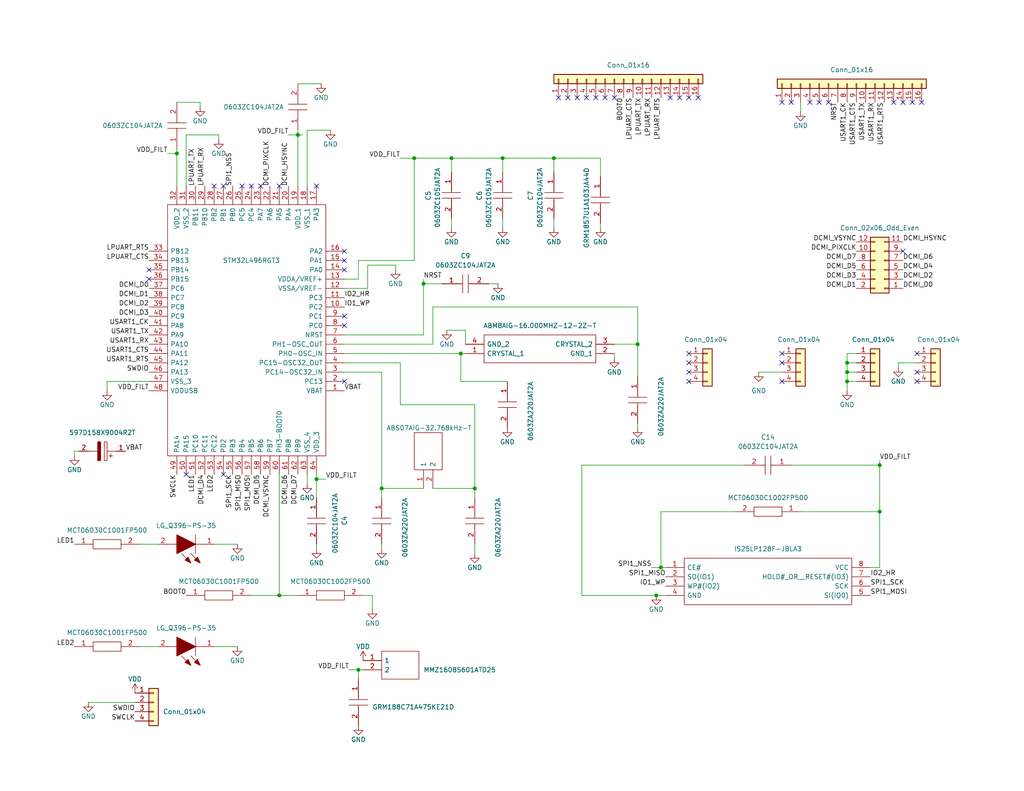
<source format=kicad_sch>
(kicad_sch (version 20211123) (generator eeschema)
  (paper "USLetter")
  (title_block (title "PQ CDH Schematic") (rev "V0.1.0") (company "Carnegie Mellon University -- Alok Anand") (comment 1 "Pocketqube Command and Data Handling"))
  (lib_symbols
    (symbol "Connector_Generic:Conn_01x04" (pin_names (offset 1.016) hide)
      (property "Reference" "J" (at 0 5.08 0))
      (property "Value" "Conn_01x04" (at 0 -7.62 0))
      (symbol "Conn_01x04_1_1"
        (pin passive line (at -5.08 2.54 0) (length 3.81) (name "Pin_1") (number "1"))
        (pin passive line (at -5.08 0 0) (length 3.81) (name "Pin_2") (number "2"))
        (pin passive line (at -5.08 -2.54 0) (length 3.81) (name "Pin_3") (number "3"))
        (pin passive line (at -5.08 -5.08 0) (length 3.81) (name "Pin_4") (number "4"))
      )
    )
    (symbol "Connector_Generic:Conn_01x16" (pin_names (offset 1.016) hide)
      (property "Reference" "J" (at 0 20.32 0))
      (property "Value" "Conn_01x16" (at 0 -22.86 0))
      (symbol "Conn_01x16_1_1"
        (pin passive line (at -5.08 17.78 0) (length 3.81) (name "Pin_1") (number "1"))
        (pin passive line (at -5.08 -5.08 0) (length 3.81) (name "Pin_10") (number "10"))
        (pin passive line (at -5.08 -7.62 0) (length 3.81) (name "Pin_11") (number "11"))
        (pin passive line (at -5.08 -10.16 0) (length 3.81) (name "Pin_12") (number "12"))
        (pin passive line (at -5.08 -12.7 0) (length 3.81) (name "Pin_13") (number "13"))
        (pin passive line (at -5.08 -15.24 0) (length 3.81) (name "Pin_14") (number "14"))
        (pin passive line (at -5.08 -17.78 0) (length 3.81) (name "Pin_15") (number "15"))
        (pin passive line (at -5.08 -20.32 0) (length 3.81) (name "Pin_16") (number "16"))
        (pin passive line (at -5.08 15.24 0) (length 3.81) (name "Pin_2") (number "2"))
        (pin passive line (at -5.08 12.7 0) (length 3.81) (name "Pin_3") (number "3"))
        (pin passive line (at -5.08 10.16 0) (length 3.81) (name "Pin_4") (number "4"))
        (pin passive line (at -5.08 7.62 0) (length 3.81) (name "Pin_5") (number "5"))
        (pin passive line (at -5.08 5.08 0) (length 3.81) (name "Pin_6") (number "6"))
        (pin passive line (at -5.08 2.54 0) (length 3.81) (name "Pin_7") (number "7"))
        (pin passive line (at -5.08 0 0) (length 3.81) (name "Pin_8") (number "8"))
        (pin passive line (at -5.08 -2.54 0) (length 3.81) (name "Pin_9") (number "9"))
      )
    )
    (symbol "Connector_Generic:Conn_02x06_Odd_Even" (pin_names (offset 1.016) hide)
      (property "Reference" "J" (at 1.27 7.62 0))
      (property "Value" "Conn_02x06_Odd_Even" (at 1.27 -10.16 0))
      (symbol "Conn_02x06_Odd_Even_1_1"
        (pin passive line (at -5.08 5.08 0) (length 3.81) (name "Pin_1") (number "1"))
        (pin passive line (at 7.62 -5.08 180) (length 3.81) (name "Pin_10") (number "10"))
        (pin passive line (at -5.08 -7.62 0) (length 3.81) (name "Pin_11") (number "11"))
        (pin passive line (at 7.62 -7.62 180) (length 3.81) (name "Pin_12") (number "12"))
        (pin passive line (at 7.62 5.08 180) (length 3.81) (name "Pin_2") (number "2"))
        (pin passive line (at -5.08 2.54 0) (length 3.81) (name "Pin_3") (number "3"))
        (pin passive line (at 7.62 2.54 180) (length 3.81) (name "Pin_4") (number "4"))
        (pin passive line (at -5.08 0 0) (length 3.81) (name "Pin_5") (number "5"))
        (pin passive line (at 7.62 0 180) (length 3.81) (name "Pin_6") (number "6"))
        (pin passive line (at -5.08 -2.54 0) (length 3.81) (name "Pin_7") (number "7"))
        (pin passive line (at 7.62 -2.54 180) (length 3.81) (name "Pin_8") (number "8"))
        (pin passive line (at -5.08 -5.08 0) (length 3.81) (name "Pin_9") (number "9"))
      )
    )
    (symbol "power:GND" (power) (pin_names (offset 0))
      (property "Value" "GND" (at 0 -3.81 0))
      (symbol "GND_1_1"
        (pin power_in line (at 0 0 270) (length 0) hide (name "GND") (number "1"))
      )
    )
    (symbol "power:VDD" (power) (pin_names (offset 0))
      (property "Value" "VDD" (at 0 3.81 0))
      (symbol "VDD_1_1"
        (pin power_in line (at 0 0 90) (length 0) hide (name "VDD") (number "1"))
      )
    )
    (symbol "pq-cdh:0603ZA220JAT2A" (pin_names (offset 0.762))
      (property "Reference" "C" (at 8.89 6.35 0))
      (property "Value" "0603ZA220JAT2A" (at 8.89 3.81 0))
      (symbol "0603ZA220JAT2A_0_0"
        (pin passive line (at 0 0 0) (length 5.08) (name "~") (number "1"))
        (pin passive line (at 12.7 0 180) (length 5.08) (name "~") (number "2"))
      )
    )
    (symbol "pq-cdh:0603ZC104JAT2A" (pin_names (offset 0.762))
      (property "Reference" "C" (at 8.89 6.35 0))
      (property "Value" "0603ZC104JAT2A" (at 8.89 3.81 0))
      (symbol "0603ZC104JAT2A_0_0"
        (pin passive line (at 0 0 0) (length 5.08) (name "~") (number "1"))
        (pin passive line (at 12.7 0 180) (length 5.08) (name "~") (number "2"))
      )
    )
    (symbol "pq-cdh:0603ZC105JAT2A" (pin_names (offset 0.762))
      (property "Reference" "C" (at 8.89 6.35 0))
      (property "Value" "0603ZC105JAT2A" (at 8.89 3.81 0))
      (symbol "0603ZC105JAT2A_0_0"
        (pin passive line (at 0 0 0) (length 5.08) (name "~") (number "1"))
        (pin passive line (at 12.7 0 180) (length 5.08) (name "~") (number "2"))
      )
    )
    (symbol "pq-cdh:597D158X9004R2T" (pin_names (offset 0.762))
      (property "Reference" "C" (at 8.89 6.35 0))
      (property "Value" "597D158X9004R2T" (at 8.89 3.81 0))
      (symbol "597D158X9004R2T_0_0"
        (pin passive line (at 0 0 0) (length 2.54) (name "~") (number "1"))
        (pin passive line (at 12.7 0 180) (length 2.54) (name "~") (number "2"))
      )
    )
    (symbol "pq-cdh:ABM8AIG-16.000MHZ-12-2Z-T" (pin_names (offset 0.762))
      (property "Reference" "Y" (at 36.83 7.62 0))
      (property "Value" "ABM8AIG-16.000MHZ-12-2Z-T" (at 36.83 5.08 0))
      (symbol "ABM8AIG-16.000MHZ-12-2Z-T_0_0"
        (pin passive line (at 0 -2.54 0) (length 5.08) (name "CRYSTAL_1") (number "1"))
        (pin passive line (at 40.64 -2.54 180) (length 5.08) (name "GND_1") (number "2"))
        (pin passive line (at 40.64 0 180) (length 5.08) (name "CRYSTAL_2") (number "3"))
        (pin passive line (at 0 0 0) (length 5.08) (name "GND_2") (number "4"))
      )
    )
    (symbol "pq-cdh:ABS07AIG-32.768kHz-T" (pin_names (offset 0.762))
      (property "Reference" "Y" (at 16.51 7.62 0))
      (property "Value" "ABS07AIG-32.768kHz-T" (at 16.51 5.08 0))
      (symbol "ABS07AIG-32.768kHz-T_0_0"
        (pin passive line (at 0 0 0) (length 5.08) (name "1") (number "1"))
        (pin passive line (at 0 -2.54 0) (length 5.08) (name "2") (number "2"))
      )
    )
    (symbol "pq-cdh:GRM1857U1A103JA44D" (pin_names (offset 0.762))
      (property "Reference" "C" (at 8.89 6.35 0))
      (property "Value" "GRM1857U1A103JA44D" (at 8.89 3.81 0))
      (symbol "GRM1857U1A103JA44D_0_0"
        (pin passive line (at 0 0 0) (length 5.08) (name "~") (number "1"))
        (pin passive line (at 12.7 0 180) (length 5.08) (name "~") (number "2"))
      )
    )
    (symbol "pq-cdh:GRM188C71A475KE21D" (pin_names (offset 0.762))
      (property "Reference" "C" (at 8.89 6.35 0))
      (property "Value" "GRM188C71A475KE21D" (at 8.89 3.81 0))
      (symbol "GRM188C71A475KE21D_0_0"
        (pin passive line (at 0 0 0) (length 5.08) (name "~") (number "1"))
        (pin passive line (at 12.7 0 180) (length 5.08) (name "~") (number "2"))
      )
    )
    (symbol "pq-cdh:IS25LP128F-JBLA3" (pin_names (offset 0.762))
      (property "Reference" "IC" (at 52.07 7.62 0))
      (property "Value" "IS25LP128F-JBLA3" (at 52.07 5.08 0))
      (symbol "IS25LP128F-JBLA3_0_0"
        (pin passive line (at 0 0 0) (length 5.08) (name "CE#") (number "1"))
        (pin passive line (at 0 -2.54 0) (length 5.08) (name "SO(IO1)") (number "2"))
        (pin passive line (at 0 -5.08 0) (length 5.08) (name "WP#(IO2)") (number "3"))
        (pin passive line (at 0 -7.62 0) (length 5.08) (name "GND") (number "4"))
        (pin passive line (at 55.88 -7.62 180) (length 5.08) (name "SI(IO0)") (number "5"))
        (pin passive line (at 55.88 -5.08 180) (length 5.08) (name "SCK") (number "6"))
        (pin passive line (at 55.88 -2.54 180) (length 5.08) (name "HOLD#_OR__RESET#(IO3)") (number "7"))
        (pin passive line (at 55.88 0 180) (length 5.08) (name "VCC") (number "8"))
      )
    )
    (symbol "pq-cdh:LG_Q396-PS-35" (pin_names (offset 0.762))
      (property "Reference" "LED" (at 12.7 8.89 0))
      (property "Value" "LG_Q396-PS-35" (at 12.7 6.35 0))
      (symbol "LG_Q396-PS-35_0_0"
        (pin passive line (at 0 0 0) (length 2.54) (name "~") (number "1"))
        (pin passive line (at 15.24 0 180) (length 2.54) (name "~") (number "2"))
      )
    )
    (symbol "pq-cdh:MCT06030C1001FP500" (pin_names (offset 0.762))
      (property "Reference" "R" (at 13.97 6.35 0))
      (property "Value" "MCT06030C1001FP500" (at 13.97 3.81 0))
      (symbol "MCT06030C1001FP500_0_0"
        (pin passive line (at 0 0 0) (length 5.08) (name "~") (number "1"))
        (pin passive line (at 17.78 0 180) (length 5.08) (name "~") (number "2"))
      )
    )
    (symbol "pq-cdh:MCT06030C1002FP500" (pin_names (offset 0.762))
      (property "Reference" "R" (at 13.97 6.35 0))
      (property "Value" "MCT06030C1002FP500" (at 13.97 3.81 0))
      (symbol "MCT06030C1002FP500_0_0"
        (pin passive line (at 0 0 0) (length 5.08) (name "~") (number "1"))
        (pin passive line (at 17.78 0 180) (length 5.08) (name "~") (number "2"))
      )
    )
    (symbol "pq-cdh:MMZ1608S601ATD25" (pin_names (offset 0.762))
      (property "Reference" "FB" (at 16.51 7.62 0))
      (property "Value" "MMZ1608S601ATD25" (at 16.51 5.08 0))
      (symbol "MMZ1608S601ATD25_0_0"
        (pin passive line (at 0 0 0) (length 5.08) (name "1") (number "1"))
        (pin passive line (at 0 -2.54 0) (length 5.08) (name "2") (number "2"))
      )
    )
    (symbol "pq-cdh:STM32L496RGT3" (pin_names (offset 0.762))
      (property "Reference" "IC" (at 49.53 22.86 0))
      (property "Value" "STM32L496RGT3" (at 49.53 20.32 0))
      (symbol "STM32L496RGT3_0_0"
        (pin passive line (at 0 0 0) (length 5.08) (name "VBAT") (number "1"))
        (pin passive line (at 0 -22.86 0) (length 5.08) (name "PC2") (number "10"))
        (pin passive line (at 0 -25.4 0) (length 5.08) (name "PC3") (number "11"))
        (pin passive line (at 0 -27.94 0) (length 5.08) (name "VSSA/VREF-") (number "12"))
        (pin passive line (at 0 -30.48 0) (length 5.08) (name "VDDA/VREF+") (number "13"))
        (pin passive line (at 0 -33.02 0) (length 5.08) (name "PA0") (number "14"))
        (pin passive line (at 0 -35.56 0) (length 5.08) (name "PA1") (number "15"))
        (pin passive line (at 0 -38.1 0) (length 5.08) (name "PA2") (number "16"))
        (pin passive line (at 7.62 -55.88 90) (length 5.08) (name "PA3") (number "17"))
        (pin passive line (at 10.16 -55.88 90) (length 5.08) (name "VSS_1") (number "18"))
        (pin passive line (at 12.7 -55.88 90) (length 5.08) (name "VDD_1") (number "19"))
        (pin passive line (at 0 -2.54 0) (length 5.08) (name "PC13") (number "2"))
        (pin passive line (at 15.24 -55.88 90) (length 5.08) (name "PA4") (number "20"))
        (pin passive line (at 17.78 -55.88 90) (length 5.08) (name "PA5") (number "21"))
        (pin passive line (at 20.32 -55.88 90) (length 5.08) (name "PA6") (number "22"))
        (pin passive line (at 22.86 -55.88 90) (length 5.08) (name "PA7") (number "23"))
        (pin passive line (at 25.4 -55.88 90) (length 5.08) (name "PC4") (number "24"))
        (pin passive line (at 27.94 -55.88 90) (length 5.08) (name "PC5") (number "25"))
        (pin passive line (at 30.48 -55.88 90) (length 5.08) (name "PB0") (number "26"))
        (pin passive line (at 33.02 -55.88 90) (length 5.08) (name "PB1") (number "27"))
        (pin passive line (at 35.56 -55.88 90) (length 5.08) (name "PB2") (number "28"))
        (pin passive line (at 38.1 -55.88 90) (length 5.08) (name "PB10") (number "29"))
        (pin passive line (at 0 -5.08 0) (length 5.08) (name "PC14-OSC32_IN") (number "3"))
        (pin passive line (at 40.64 -55.88 90) (length 5.08) (name "PB11") (number "30"))
        (pin passive line (at 43.18 -55.88 90) (length 5.08) (name "VSS_2") (number "31"))
        (pin passive line (at 45.72 -55.88 90) (length 5.08) (name "VDD_2") (number "32"))
        (pin passive line (at 53.34 -38.1 180) (length 5.08) (name "PB12") (number "33"))
        (pin passive line (at 53.34 -35.56 180) (length 5.08) (name "PB13") (number "34"))
        (pin passive line (at 53.34 -33.02 180) (length 5.08) (name "PB14") (number "35"))
        (pin passive line (at 53.34 -30.48 180) (length 5.08) (name "PB15") (number "36"))
        (pin passive line (at 53.34 -27.94 180) (length 5.08) (name "PC6") (number "37"))
        (pin passive line (at 53.34 -25.4 180) (length 5.08) (name "PC7") (number "38"))
        (pin passive line (at 53.34 -22.86 180) (length 5.08) (name "PC8") (number "39"))
        (pin passive line (at 0 -7.62 0) (length 5.08) (name "PC15-OSC32_OUT") (number "4"))
        (pin passive line (at 53.34 -20.32 180) (length 5.08) (name "PC9") (number "40"))
        (pin passive line (at 53.34 -17.78 180) (length 5.08) (name "PA8") (number "41"))
        (pin passive line (at 53.34 -15.24 180) (length 5.08) (name "PA9") (number "42"))
        (pin passive line (at 53.34 -12.7 180) (length 5.08) (name "PA10") (number "43"))
        (pin passive line (at 53.34 -10.16 180) (length 5.08) (name "PA11") (number "44"))
        (pin passive line (at 53.34 -7.62 180) (length 5.08) (name "PA12") (number "45"))
        (pin passive line (at 53.34 -5.08 180) (length 5.08) (name "PA13") (number "46"))
        (pin passive line (at 53.34 -2.54 180) (length 5.08) (name "VSS_3") (number "47"))
        (pin passive line (at 53.34 0 180) (length 5.08) (name "VDDUSB") (number "48"))
        (pin passive line (at 45.72 22.86 270) (length 5.08) (name "PA14") (number "49"))
        (pin passive line (at 0 -10.16 0) (length 5.08) (name "PH0-OSC_IN") (number "5"))
        (pin passive line (at 43.18 22.86 270) (length 5.08) (name "PA15") (number "50"))
        (pin passive line (at 40.64 22.86 270) (length 5.08) (name "PC10") (number "51"))
        (pin passive line (at 38.1 22.86 270) (length 5.08) (name "PC11") (number "52"))
        (pin passive line (at 35.56 22.86 270) (length 5.08) (name "PC12") (number "53"))
        (pin passive line (at 33.02 22.86 270) (length 5.08) (name "PD2") (number "54"))
        (pin passive line (at 30.48 22.86 270) (length 5.08) (name "PB3") (number "55"))
        (pin passive line (at 27.94 22.86 270) (length 5.08) (name "PB4") (number "56"))
        (pin passive line (at 25.4 22.86 270) (length 5.08) (name "PB5") (number "57"))
        (pin passive line (at 22.86 22.86 270) (length 5.08) (name "PB6") (number "58"))
        (pin passive line (at 20.32 22.86 270) (length 5.08) (name "PB7") (number "59"))
        (pin passive line (at 0 -12.7 0) (length 5.08) (name "PH1-OSC_OUT") (number "6"))
        (pin passive line (at 17.78 22.86 270) (length 5.08) (name "PH3-BOOT0") (number "60"))
        (pin passive line (at 15.24 22.86 270) (length 5.08) (name "PB8") (number "61"))
        (pin passive line (at 12.7 22.86 270) (length 5.08) (name "PB9") (number "62"))
        (pin passive line (at 10.16 22.86 270) (length 5.08) (name "VSS_4") (number "63"))
        (pin passive line (at 7.62 22.86 270) (length 5.08) (name "VDD_3") (number "64"))
        (pin passive line (at 0 -15.24 0) (length 5.08) (name "NRST") (number "7"))
        (pin passive line (at 0 -17.78 0) (length 5.08) (name "PC0") (number "8"))
        (pin passive line (at 0 -20.32 0) (length 5.08) (name "PC1") (number "9"))
      )
    )
  )
  (junction (at 129.54 133.35))
  (junction (at 81.28 36.83))
  (junction (at 113.03 43.18))
  (junction (at 231.14 99.06))
  (junction (at 137.16 43.18))
  (junction (at 76.2 162.56))
  (junction (at 104.14 133.35))
  (junction (at 151.13 43.18))
  (junction (at 231.14 101.6))
  (junction (at 48.26 41.91))
  (junction (at 173.99 93.98))
  (junction (at 86.36 130.81))
  (junction (at 240.03 139.7))
  (junction (at 240.03 127))
  (junction (at 231.14 104.14))
  (junction (at 125.73 96.52))
  (junction (at 179.07 162.56))
  (junction (at 97.79 182.88))
  (junction (at 123.19 43.18))
  (junction (at 180.34 154.94))
  (junction (at 115.57 77.47))
  (no_connect (at 250.19 104.14))
  (no_connect (at 250.19 101.6))
  (no_connect (at 213.36 96.52))
  (no_connect (at 250.19 96.52))
  (no_connect (at 213.36 99.06))
  (no_connect (at 213.36 104.14))
  (no_connect (at 246.38 68.58))
  (no_connect (at 152.4 26.67))
  (no_connect (at 154.94 26.67))
  (no_connect (at 157.48 26.67))
  (no_connect (at 160.02 26.67))
  (no_connect (at 162.56 26.67))
  (no_connect (at 187.96 26.67))
  (no_connect (at 165.1 26.67))
  (no_connect (at 167.64 26.67))
  (no_connect (at 182.88 26.67))
  (no_connect (at 185.42 26.67))
  (no_connect (at 190.5 26.67))
  (no_connect (at 213.36 27.94))
  (no_connect (at 215.9 27.94))
  (no_connect (at 220.98 27.94))
  (no_connect (at 223.52 27.94))
  (no_connect (at 251.46 27.94))
  (no_connect (at 243.84 27.94))
  (no_connect (at 246.38 27.94))
  (no_connect (at 248.92 27.94))
  (no_connect (at 226.06 27.94))
  (no_connect (at 187.96 104.14))
  (no_connect (at 187.96 96.52))
  (no_connect (at 187.96 99.06))
  (no_connect (at 187.96 101.6))
  (no_connect (at 93.98 86.36))
  (no_connect (at 93.98 88.9))
  (no_connect (at 93.98 68.58))
  (no_connect (at 68.58 50.8))
  (no_connect (at 93.98 104.14))
  (no_connect (at 40.64 73.66))
  (no_connect (at 40.64 76.2))
  (no_connect (at 50.8 129.54))
  (no_connect (at 60.96 129.54))
  (no_connect (at 58.42 50.8))
  (no_connect (at 60.96 50.8))
  (no_connect (at 66.04 50.8))
  (no_connect (at 71.12 50.8))
  (no_connect (at 76.2 50.8))
  (no_connect (at 93.98 71.12))
  (no_connect (at 93.98 73.66))
  (no_connect (at 86.36 50.8))
  (wire (pts (xy 93.98 99.06) (xy 109.22 99.06)))
  (wire (pts (xy 123.19 43.18) (xy 123.19 46.99)))
  (wire (pts (xy 107.95 72.39) (xy 107.95 73.66)))
  (wire (pts (xy 20.32 124.46) (xy 20.32 123.19)))
  (wire (pts (xy 20.32 123.19) (xy 21.59 123.19)))
  (wire (pts (xy 215.9 127) (xy 240.03 127)))
  (wire (pts (xy 29.21 106.68) (xy 29.21 104.14)))
  (wire (pts (xy 81.28 22.86) (xy 87.63 22.86)))
  (wire (pts (xy 218.44 139.7) (xy 240.03 139.7)))
  (wire (pts (xy 58.42 148.59) (xy 64.77 148.59)))
  (wire (pts (xy 173.99 93.98) (xy 167.64 93.98)))
  (wire (pts (xy 115.57 91.44) (xy 115.57 77.47)))
  (wire (pts (xy 180.34 154.94) (xy 180.34 139.7)))
  (wire (pts (xy 179.07 162.56) (xy 158.75 162.56)))
  (wire (pts (xy 104.14 133.35) (xy 104.14 135.89)))
  (wire (pts (xy 207.01 101.6) (xy 213.36 101.6)))
  (wire (pts (xy 50.8 50.8) (xy 50.8 36.83)))
  (wire (pts (xy 231.14 99.06) (xy 233.68 99.06)))
  (wire (pts (xy 231.14 96.52) (xy 231.14 99.06)))
  (wire (pts (xy 163.83 43.18) (xy 163.83 48.26)))
  (wire (pts (xy 133.35 77.47) (xy 135.89 77.47)))
  (wire (pts (xy 118.11 133.35) (xy 129.54 133.35)))
  (wire (pts (xy 104.14 148.59) (xy 104.14 149.86)))
  (wire (pts (xy 82.55 36.83) (xy 81.28 36.83)))
  (wire (pts (xy 38.1 176.53) (xy 43.18 176.53)))
  (wire (pts (xy 81.28 36.83) (xy 81.28 50.8)))
  (wire (pts (xy 115.57 76.2) (xy 115.57 77.47)))
  (wire (pts (xy 180.34 139.7) (xy 200.66 139.7)))
  (wire (pts (xy 48.26 40.64) (xy 48.26 41.91)))
  (wire (pts (xy 231.14 104.14) (xy 233.68 104.14)))
  (wire (pts (xy 125.73 104.14) (xy 138.43 104.14)))
  (wire (pts (xy 113.03 43.18) (xy 113.03 71.12)))
  (wire (pts (xy 245.11 100.33) (xy 245.11 99.06)))
  (wire (pts (xy 93.98 101.6) (xy 104.14 101.6)))
  (wire (pts (xy 59.69 36.83) (xy 59.69 38.1)))
  (wire (pts (xy 129.54 110.49) (xy 129.54 133.35)))
  (wire (pts (xy 76.2 129.54) (xy 76.2 162.56)))
  (wire (pts (xy 245.11 99.06) (xy 250.19 99.06)))
  (wire (pts (xy 158.75 127) (xy 203.2 127)))
  (wire (pts (xy 86.36 130.81) (xy 86.36 135.89)))
  (wire (pts (xy 118.11 83.82) (xy 173.99 83.82)))
  (wire (pts (xy 93.98 93.98) (xy 118.11 93.98)))
  (wire (pts (xy 100.33 72.39) (xy 100.33 78.74)))
  (wire (pts (xy 99.06 162.56) (xy 101.6 162.56)))
  (wire (pts (xy 101.6 162.56) (xy 101.6 166.37)))
  (wire (pts (xy 83.82 129.54) (xy 83.82 132.08)))
  (wire (pts (xy 97.79 71.12) (xy 97.79 76.2)))
  (wire (pts (xy 151.13 43.18) (xy 163.83 43.18)))
  (wire (pts (xy 48.26 27.94) (xy 54.61 27.94)))
  (wire (pts (xy 151.13 43.18) (xy 151.13 46.99)))
  (wire (pts (xy 137.16 43.18) (xy 151.13 43.18)))
  (wire (pts (xy 137.16 59.69) (xy 137.16 62.23)))
  (wire (pts (xy 167.64 96.52) (xy 167.64 97.79)))
  (wire (pts (xy 129.54 148.59) (xy 129.54 151.13)))
  (wire (pts (xy 125.73 96.52) (xy 127 96.52)))
  (wire (pts (xy 173.99 115.57) (xy 173.99 116.84)))
  (wire (pts (xy 118.11 93.98) (xy 118.11 83.82)))
  (wire (pts (xy 123.19 59.69) (xy 123.19 62.23)))
  (wire (pts (xy 109.22 99.06) (xy 109.22 110.49)))
  (wire (pts (xy 76.2 162.56) (xy 81.28 162.56)))
  (wire (pts (xy 68.58 162.56) (xy 76.2 162.56)))
  (wire (pts (xy 231.14 99.06) (xy 231.14 101.6)))
  (wire (pts (xy 233.68 96.52) (xy 231.14 96.52)))
  (wire (pts (xy 129.54 133.35) (xy 129.54 135.89)))
  (wire (pts (xy 231.14 101.6) (xy 233.68 101.6)))
  (wire (pts (xy 173.99 93.98) (xy 173.99 102.87)))
  (wire (pts (xy 173.99 83.82) (xy 173.99 93.98)))
  (wire (pts (xy 38.1 148.59) (xy 43.18 148.59)))
  (wire (pts (xy 123.19 43.18) (xy 137.16 43.18)))
  (wire (pts (xy 113.03 43.18) (xy 123.19 43.18)))
  (wire (pts (xy 24.13 191.77) (xy 36.83 191.77)))
  (wire (pts (xy 58.42 176.53) (xy 64.77 176.53)))
  (wire (pts (xy 240.03 154.94) (xy 237.49 154.94)))
  (wire (pts (xy 158.75 162.56) (xy 158.75 127)))
  (wire (pts (xy 50.8 36.83) (xy 59.69 36.83)))
  (wire (pts (xy 104.14 133.35) (xy 115.57 133.35)))
  (wire (pts (xy 151.13 59.69) (xy 151.13 62.23)))
  (wire (pts (xy 231.14 104.14) (xy 231.14 106.68)))
  (wire (pts (xy 231.14 101.6) (xy 231.14 104.14)))
  (wire (pts (xy 127 90.17) (xy 127 93.98)))
  (wire (pts (xy 90.17 35.56) (xy 83.82 35.56)))
  (wire (pts (xy 113.03 71.12) (xy 97.79 71.12)))
  (wire (pts (xy 86.36 148.59) (xy 86.36 149.86)))
  (wire (pts (xy 81.28 35.56) (xy 81.28 36.83)))
  (wire (pts (xy 240.03 139.7) (xy 240.03 154.94)))
  (wire (pts (xy 48.26 41.91) (xy 48.26 50.8)))
  (wire (pts (xy 109.22 110.49) (xy 129.54 110.49)))
  (wire (pts (xy 137.16 43.18) (xy 137.16 46.99)))
  (wire (pts (xy 181.61 162.56) (xy 179.07 162.56)))
  (wire (pts (xy 93.98 76.2) (xy 97.79 76.2)))
  (wire (pts (xy 177.8 154.94) (xy 180.34 154.94)))
  (wire (pts (xy 121.92 90.17) (xy 127 90.17)))
  (wire (pts (xy 125.73 96.52) (xy 125.73 104.14)))
  (wire (pts (xy 104.14 101.6) (xy 104.14 133.35)))
  (wire (pts (xy 218.44 27.94) (xy 218.44 30.48)))
  (wire (pts (xy 78.74 36.83) (xy 81.28 36.83)))
  (wire (pts (xy 93.98 96.52) (xy 125.73 96.52)))
  (wire (pts (xy 93.98 91.44) (xy 115.57 91.44)))
  (wire (pts (xy 240.03 125.73) (xy 240.03 127)))
  (wire (pts (xy 240.03 127) (xy 240.03 139.7)))
  (wire (pts (xy 95.25 182.88) (xy 97.79 182.88)))
  (wire (pts (xy 93.98 78.74) (xy 100.33 78.74)))
  (wire (pts (xy 115.57 77.47) (xy 120.65 77.47)))
  (wire (pts (xy 97.79 182.88) (xy 99.06 182.88)))
  (wire (pts (xy 97.79 185.42) (xy 97.79 182.88)))
  (wire (pts (xy 83.82 35.56) (xy 83.82 50.8)))
  (wire (pts (xy 29.21 104.14) (xy 40.64 104.14)))
  (wire (pts (xy 86.36 130.81) (xy 88.9 130.81)))
  (wire (pts (xy 86.36 129.54) (xy 86.36 130.81)))
  (wire (pts (xy 163.83 60.96) (xy 163.83 62.23)))
  (wire (pts (xy 45.72 41.91) (xy 48.26 41.91)))
  (wire (pts (xy 54.61 27.94) (xy 54.61 29.21)))
  (wire (pts (xy 109.22 43.18) (xy 113.03 43.18)))
  (wire (pts (xy 181.61 154.94) (xy 180.34 154.94)))
  (wire (pts (xy 100.33 72.39) (xy 107.95 72.39)))
  (label "SWCLK" (at 36.83 196.85 180))
  (label "DCMI_PIXCLK" (at 233.68 68.58 180))
  (label "SPI1_MOSI" (at 237.49 162.56 0))
  (label "USART1_RX" (at 40.64 93.98 180))
  (label "DCMI_PIXCLK" (at 73.66 50.8 90))
  (label "DCMI_D7" (at 233.68 71.12 180))
  (label "SPI1_NSS" (at 177.8 154.94 180))
  (label "VDD_FILT" (at 109.22 43.18 180))
  (label "LPUART_CTS" (at 172.72 26.67 270))
  (label "LED1" (at 20.32 148.59 180))
  (label "LPUART_RX" (at 55.88 50.8 90))
  (label "DCMI_D2" (at 40.64 83.82 180))
  (label "VDD_FILT" (at 88.9 130.81 0))
  (label "VBAT" (at 34.29 123.19 0))
  (label "SWCLK" (at 48.26 129.54 270))
  (label "LPUART_CTS" (at 40.64 71.12 180))
  (label "USART1_RTS" (at 40.64 99.06 180))
  (label "DCMI_HSYNC" (at 246.38 66.04 0))
  (label "VDD_FILT" (at 78.74 36.83 180))
  (label "VDD_FILT" (at 240.03 125.73 0))
  (label "LPUART_TX" (at 53.34 50.8 90))
  (label "USART1_TX" (at 236.22 27.94 270))
  (label "DCMI_D2" (at 246.38 76.2 0))
  (label "DCMI_D5" (at 71.12 129.54 270))
  (label "SWDIO" (at 40.64 101.6 180))
  (label "LPUART_RTS" (at 40.64 68.58 180))
  (label "DCMI_D5" (at 233.68 73.66 180))
  (label "DCMI_D1" (at 40.64 81.28 180))
  (label "DCMI_D7" (at 81.28 129.54 270))
  (label "DCMI_D3" (at 40.64 86.36 180))
  (label "DCMI_D6" (at 246.38 71.12 0))
  (label "DCMI_D4" (at 55.88 129.54 270))
  (label "NRST" (at 115.57 76.2 0))
  (label "DCMI_D3" (at 233.68 76.2 180))
  (label "DCMI_D0" (at 40.64 78.74 180))
  (label "USART1_TX" (at 40.64 91.44 180))
  (label "VDD_FILT" (at 40.64 106.68 180))
  (label "LPUART_TX" (at 175.26 26.67 270))
  (label "USART1_CK" (at 40.64 88.9 180))
  (label "DCMI_HSYNC" (at 78.74 50.8 90))
  (label "SPI1_MISO" (at 181.61 157.48 180))
  (label "BOOT0" (at 50.8 162.56 180))
  (label "DCMI_D4" (at 246.38 73.66 0))
  (label "USART1_RX" (at 238.76 27.94 270))
  (label "SPI1_MISO" (at 66.04 129.54 270))
  (label "IO1_WP" (at 181.61 160.02 180))
  (label "LED2" (at 58.42 129.54 270))
  (label "USART1_CTS" (at 40.64 96.52 180))
  (label "VBAT" (at 93.98 106.68 0))
  (label "VDD_FILT" (at 45.72 41.91 180))
  (label "SWDIO" (at 36.83 194.31 180))
  (label "SPI1_NSS" (at 63.5 50.8 90))
  (label "LED1" (at 53.34 129.54 270))
  (label "NRST" (at 228.6 27.94 270))
  (label "IO1_WP" (at 93.98 83.82 0))
  (label "LPUART_RX" (at 177.8 26.67 270))
  (label "USART1_CTS" (at 233.68 27.94 270))
  (label "BOOT0" (at 170.18 26.67 270))
  (label "LED2" (at 20.32 176.53 180))
  (label "SPI1_SCK" (at 63.5 129.54 270))
  (label "USART1_RTS" (at 241.3 27.94 270))
  (label "DCMI_D1" (at 233.68 78.74 180))
  (label "DCMI_D6" (at 78.74 129.54 270))
  (label "DCMI_VSYNC" (at 233.68 66.04 180))
  (label "DCMI_D0" (at 246.38 78.74 0))
  (label "SPI1_SCK" (at 237.49 160.02 0))
  (label "LPUART_RTS" (at 180.34 26.67 270))
  (label "DCMI_VSYNC" (at 73.66 129.54 270))
  (label "IO2_HR" (at 93.98 81.28 0))
  (label "IO2_HR" (at 237.49 157.48 0))
  (label "VDD_FILT" (at 95.25 182.88 180))
  (label "USART1_CK" (at 231.14 27.94 270))
  (label "SPI1_MOSI" (at 68.58 129.54 270))
  (symbol (lib_id "power:VDD") (at 99.06 180.34 0) (unit 1)
    (property "Reference" "#PWR0121" (effects hide))
    (property "Value" "VDD" (at 99.06 176.53 0))
  )
  (symbol (lib_id "power:GND") (at 167.64 97.79 0) (unit 1)
    (property "Reference" "#PWR0104" (effects hide))
    (property "Value" "GND" (at 167.64 101.6 0))
  )
  (symbol (lib_id "power:GND") (at 29.21 106.68 0) (unit 1)
    (property "Reference" "#PWR0123" (effects hide))
    (property "Value" "GND" (at 29.21 110.49 0))
  )
  (symbol (lib_id "power:GND") (at 86.36 149.86 0) (unit 1)
    (property "Reference" "#PWR0117" (effects hide))
    (property "Value" "GND" (at 86.36 153.67 0))
  )
  (symbol (lib_id "pq-cdh:0603ZC104JAT2A") (at 151.13 46.99 270) (unit 1)
    (property "Reference" "C7" (at 144.78 52.07 0) (effects (justify left)))
    (property "Value" "0603ZC104JAT2A" (at 147.32 45.72 0) (effects (justify left)))
    (property "Footprint" "CAPC1608X90N" (effects hide))
    (property "Datasheet" "https://componentsearchengine.com/Datasheets/1/06031A100FAT2A.pdf" (effects hide))
    (property "Description" "Multilayer Ceramic Capacitors MLCC - SMD/SMT 10V .1uF X7R 0603 5%" (effects hide))
    (property "Height" "0.9" (effects hide))
    (property "Manufacturer_Name" "AVX" (effects hide))
    (property "Manufacturer_Part_Number" "0603ZC104JAT2A" (effects hide))
    (property "Mouser Part Number" "581-0603ZC104JAT2A" (effects hide))
    (property "Mouser Price/Stock" "https://www.mouser.com/Search/Refine.aspx?Keyword=581-0603ZC104JAT2A" (effects hide))
  )
  (symbol (lib_id "pq-cdh:0603ZA220JAT2A") (at 129.54 135.89 270) (unit 1)
    (property "Reference" "C12" (effects hide))
    (property "Value" "0603ZA220JAT2A" (at 135.89 135.89 0) (effects (justify left)))
    (property "Footprint" "pq-cdh:CAPC1608X90N" (effects hide))
    (property "Datasheet" "https://componentsearchengine.com/Datasheets/1/06031A100FAT2A.pdf" (effects hide))
    (property "Description" "Multilayer Ceramic Capacitors MLCC - SMD/SMT 10V 22pF C0G 0603 5% Tol" (effects hide))
    (property "Height" "0.9" (effects hide))
    (property "Manufacturer_Name" "AVX" (effects hide))
    (property "Manufacturer_Part_Number" "0603ZA220JAT2A" (effects hide))
    (property "Mouser Part Number" "581-0603ZA220JAT2A" (effects hide))
    (property "Mouser Price/Stock" "https://www.mouser.com/Search/Refine.aspx?Keyword=581-0603ZA220JAT2A" (effects hide))
    (property "Arrow Part Number" "0603ZA220JAT2A" (effects hide))
    (property "Arrow Price/Stock" "https://www.arrow.com/en/products/0603za220jat2a/avx" (effects hide))
  )
  (symbol (lib_id "pq-cdh:IS25LP128F-JBLA3") (at 181.61 154.94 0) (unit 1)
    (property "Reference" "IC2" (effects hide))
    (property "Value" "IS25LP128F-JBLA3" (at 209.55 149.86 0))
    (property "Footprint" "pq-cdh:SOIC127P790X216-8N" (effects hide))
    (property "Datasheet" "http://www.issi.com/WW/pdf/25LP-WP128F.pdf" (effects hide))
    (property "Description" "NOR Flash 128M 2.3-3.6V 166Mhz Serial NOR Flash" (effects hide))
    (property "Height" "2.16" (effects hide))
    (property "Manufacturer_Name" "Integrated Silicon Solution Inc." (effects hide))
    (property "Manufacturer_Part_Number" "IS25LP128F-JBLA3" (effects hide))
    (property "Mouser Part Number" "870-IS25LP128F-JBLA3" (effects hide))
    (property "Mouser Price/Stock" "https://www.mouser.co.uk/ProductDetail/ISSI/IS25LP128F-JBLA3?qs=f9yNj16SXrJUIEEJAN4gHA%3D%3D" (effects hide))
    (property "Arrow Part Number" "IS25LP128F-JBLA3" (effects hide))
    (property "Arrow Price/Stock" "https://www.arrow.com/en/products/is25lp128f-jbla3/integrated-silicon-solution-inc?region=nac" (effects hide))
  )
  (symbol (lib_id "power:GND") (at 121.92 90.17 0) (unit 1)
    (property "Reference" "#PWR0103" (effects hide))
    (property "Value" "GND" (at 121.92 93.98 0))
  )
  (symbol (lib_id "power:GND") (at 83.82 132.08 0) (unit 1)
    (property "Reference" "#PWR0118" (effects hide))
    (property "Value" "GND" (at 83.82 135.89 0))
  )
  (symbol (lib_id "Connector_Generic:Conn_02x06_Odd_Even") (at 241.3 73.66 180) (unit 1)
    (property "Reference" "J7" (effects hide))
    (property "Value" "Conn_02x06_Odd_Even" (at 240.03 62.23 0))
    (property "Footprint" "pq-cdh:PinSocket_6x2_TartanArtibeus" (effects hide))
  )
  (symbol (lib_id "power:GND") (at 173.99 116.84 0) (unit 1)
    (property "Reference" "#PWR0111" (effects hide))
    (property "Value" "GND" (at 173.99 120.65 0))
  )
  (symbol (lib_id "Connector_Generic:Conn_01x04") (at 255.27 99.06 0) (unit 1)
    (property "Reference" "J8" (effects hide))
    (property "Value" "Conn_01x04" (at 250.19 92.71 0) (effects (justify left)))
    (property "Footprint" "pq-cdh:TartanArtibeus_PinSocket_1x4" (effects hide))
  )
  (symbol (lib_id "power:GND") (at 107.95 73.66 0) (unit 1)
    (property "Reference" "#PWR0116" (effects hide))
    (property "Value" "GND" (at 107.95 77.47 0))
  )
  (symbol (lib_id "pq-cdh:MCT06030C1001FP500") (at 20.32 176.53 0) (unit 1)
    (property "Reference" "R2" (effects hide))
    (property "Value" "MCT06030C1001FP500" (at 29.21 172.72 0))
    (property "Footprint" "pq-cdh:RESC1608X55N" (effects hide))
    (property "Datasheet" "http://www.vishay.com/docs/28705/mcx0x0xpro.pdf" (effects hide))
    (property "Description" "Thin Film Resistors - SMD .1W 1Kohm 1% 0603 50ppm Auto" (effects hide))
    (property "Height" "0.55" (effects hide))
    (property "Manufacturer_Name" "Vishay" (effects hide))
    (property "Manufacturer_Part_Number" "MCT06030C1001FP500" (effects hide))
    (property "Mouser Part Number" "594-MCT06030C1001FP5" (effects hide))
    (property "Mouser Price/Stock" "https://www.mouser.co.uk/ProductDetail/Vishay-Beyschlag/MCT06030C1001FP500?qs=7ZE6F4QMOBbsjeUdqW8cwA%3D%3D" (effects hide))
    (property "Arrow Part Number" "MCT06030C1001FP500" (effects hide))
    (property "Arrow Price/Stock" "https://www.arrow.com/en/products/mct06030c1001fp500/vishay?region=nac" (effects hide))
  )
  (symbol (lib_id "pq-cdh:0603ZC104JAT2A") (at 81.28 35.56 90) (unit 1)
    (property "Reference" "C3" (effects hide))
    (property "Value" "0603ZC104JAT2A" (at 60.96 29.21 90) (effects (justify right)))
    (property "Footprint" "pq-cdh:CAPC1608X90N" (effects hide))
    (property "Datasheet" "https://componentsearchengine.com/Datasheets/1/06031A100FAT2A.pdf" (effects hide))
    (property "Description" "Multilayer Ceramic Capacitors MLCC - SMD/SMT 10V .1uF X7R 0603 5%" (effects hide))
    (property "Height" "0.9" (effects hide))
    (property "Manufacturer_Name" "AVX" (effects hide))
    (property "Manufacturer_Part_Number" "0603ZC104JAT2A" (effects hide))
    (property "Mouser Part Number" "581-0603ZC104JAT2A" (effects hide))
    (property "Mouser Price/Stock" "https://www.mouser.com/Search/Refine.aspx?Keyword=581-0603ZC104JAT2A" (effects hide))
  )
  (symbol (lib_id "power:GND") (at 104.14 149.86 0) (unit 1)
    (property "Reference" "#PWR0119" (effects hide))
    (property "Value" "GND" (at 104.14 153.67 0))
  )
  (symbol (lib_id "pq-cdh:MCT06030C1001FP500") (at 50.8 162.56 0) (unit 1)
    (property "Reference" "R4" (effects hide))
    (property "Value" "MCT06030C1001FP500" (at 59.69 158.75 0))
    (property "Footprint" "pq-cdh:RESC1608X55N" (effects hide))
    (property "Datasheet" "http://www.vishay.com/docs/28705/mcx0x0xpro.pdf" (effects hide))
    (property "Description" "Thin Film Resistors - SMD .1W 1Kohm 1% 0603 50ppm Auto" (effects hide))
    (property "Height" "0.55" (effects hide))
    (property "Manufacturer_Name" "Vishay" (effects hide))
    (property "Manufacturer_Part_Number" "MCT06030C1001FP500" (effects hide))
    (property "Mouser Part Number" "594-MCT06030C1001FP5" (effects hide))
    (property "Mouser Price/Stock" "https://www.mouser.co.uk/ProductDetail/Vishay-Beyschlag/MCT06030C1001FP500?qs=7ZE6F4QMOBbsjeUdqW8cwA%3D%3D" (effects hide))
    (property "Arrow Part Number" "MCT06030C1001FP500" (effects hide))
    (property "Arrow Price/Stock" "https://www.arrow.com/en/products/mct06030c1001fp500/vishay?region=nac" (effects hide))
  )
  (symbol (lib_id "Connector_Generic:Conn_01x16") (at 231.14 22.86 90) (unit 1)
    (property "Reference" "J5" (effects hide))
    (property "Value" "Conn_01x16" (at 232.41 19.05 90))
    (property "Footprint" "pq-cdh:TartanArtibeus_PinSocket_1x16" (effects hide))
  )
  (symbol (lib_id "power:GND") (at 123.19 62.23 0) (unit 1)
    (property "Reference" "#PWR0107" (effects hide))
    (property "Value" "GND" (at 123.19 66.04 0))
  )
  (symbol (lib_id "pq-cdh:MCT06030C1002FP500") (at 218.44 139.7 180) (unit 1)
    (property "Reference" "R5" (effects hide))
    (property "Value" "MCT06030C1002FP500" (at 209.55 135.89 0))
    (property "Footprint" "pq-cdh:RESC1608X55N" (effects hide))
    (property "Datasheet" "http://www.vishay.com/docs/28705/mcx0x0xpro.pdf" (effects hide))
    (property "Description" "Thin Film Resistors - SMD .1W 10Kohms 1% 0603 50ppm Auto" (effects hide))
    (property "Height" "0.55" (effects hide))
    (property "Manufacturer_Name" "Vishay" (effects hide))
    (property "Manufacturer_Part_Number" "MCT06030C1002FP500" (effects hide))
    (property "Mouser Part Number" "594-MCT06030C1002FP5" (effects hide))
    (property "Mouser Price/Stock" "https://www.mouser.co.uk/ProductDetail/Vishay-Beyschlag/MCT06030C1002FP500?qs=Wvg1umJc15zoHgIjwqoGHw%3D%3D" (effects hide))
    (property "Arrow Part Number" "MCT06030C1002FP500" (effects hide))
    (property "Arrow Price/Stock" "https://www.arrow.com/en/products/mct06030c1002fp500/vishay" (effects hide))
  )
  (symbol (lib_id "pq-cdh:0603ZC104JAT2A") (at 86.36 135.89 270) (unit 1)
    (property "Reference" "C4" (at 93.98 143.51 0) (effects (justify right)))
    (property "Value" "0603ZC104JAT2A" (at 91.44 151.13 0) (effects (justify right)))
    (property "Footprint" "pq-cdh:CAPC1608X90N" (effects hide))
    (property "Datasheet" "https://componentsearchengine.com/Datasheets/1/06031A100FAT2A.pdf" (effects hide))
    (property "Description" "Multilayer Ceramic Capacitors MLCC - SMD/SMT 10V .1uF X7R 0603 5%" (effects hide))
    (property "Height" "0.9" (effects hide))
    (property "Manufacturer_Name" "AVX" (effects hide))
    (property "Manufacturer_Part_Number" "0603ZC104JAT2A" (effects hide))
    (property "Mouser Part Number" "581-0603ZC104JAT2A" (effects hide))
    (property "Mouser Price/Stock" "https://www.mouser.com/Search/Refine.aspx?Keyword=581-0603ZC104JAT2A" (effects hide))
  )
  (symbol (lib_id "Connector_Generic:Conn_01x04") (at 238.76 99.06 0) (unit 1)
    (property "Reference" "J6" (effects hide))
    (property "Value" "Conn_01x04" (at 232.41 92.71 0) (effects (justify left)))
    (property "Footprint" "pq-cdh:TartanArtibeus_2021_MountingHoles" (effects hide))
  )
  (symbol (lib_id "power:GND") (at 231.14 106.68 0) (unit 1)
    (property "Reference" "#PWR0113" (effects hide))
    (property "Value" "GND" (at 231.14 110.49 0))
  )
  (symbol (lib_id "power:GND") (at 59.69 38.1 0) (unit 1)
    (property "Reference" "#PWR0132" (effects hide))
    (property "Value" "GND" (at 59.69 41.91 0))
  )
  (symbol (lib_id "Connector_Generic:Conn_01x04") (at 193.04 99.06 0) (unit 1)
    (property "Reference" "J3" (effects hide))
    (property "Value" "Conn_01x04" (at 186.69 92.71 0) (effects (justify left)))
    (property "Footprint" "pq-cdh:TartanArtibeus_PinSocket_1x4" (effects hide))
  )
  (symbol (lib_id "pq-cdh:MMZ1608S601ATD25") (at 99.06 180.34 0) (unit 1)
    (property "Reference" "FB1" (effects hide))
    (property "Value" "MMZ1608S601ATD25" (at 115.57 182.8799 0) (effects (justify left)))
    (property "Footprint" "pq-cdh:BEADC1608X95N" (effects hide))
    (property "Datasheet" "https://product.tdk.com/system/files/dam/doc/product/emc/emc/beads/catalog/beads_automotive_signal_mmz1608_en.pdf" (effects hide))
    (property "Description" "Ferrite Beads Multi-Layer 600Ohm 25% 100MHz 500mA 350mOhm DCR 0603 Automotive T/R" (effects hide))
    (property "Height" "0.95" (effects hide))
    (property "Manufacturer_Name" "TDK" (effects hide))
    (property "Manufacturer_Part_Number" "MMZ1608S601ATD25" (effects hide))
    (property "Mouser Part Number" "810-MMZ1608S601ATD25" (effects hide))
    (property "Mouser Price/Stock" "https://www.mouser.co.uk/ProductDetail/TDK/MMZ1608S601ATD25?qs=pvNC7ksEVIeMnkuqWHgErw%3D%3D" (effects hide))
    (property "Arrow Part Number" "MMZ1608S601ATD25" (effects hide))
    (property "Arrow Price/Stock" "https://www.arrow.com/en/products/mmz1608s601atd25/tdk" (effects hide))
  )
  (symbol (lib_id "pq-cdh:0603ZC105JAT2A") (at 123.19 46.99 270) (unit 1)
    (property "Reference" "C5" (at 116.84 52.07 0) (effects (justify left)))
    (property "Value" "0603ZC105JAT2A" (at 119.38 45.72 0) (effects (justify left)))
    (property "Footprint" "CAPC1608X90N" (effects hide))
    (property "Datasheet" "https://componentsearchengine.com/Datasheets/1/06031A100FAT2A.pdf" (effects hide))
    (property "Description" "Multilayer Ceramic Capacitors MLCC - SMD/SMT FACTORY NOT ACCEPTING ORDERS" (effects hide))
    (property "Height" "0.9" (effects hide))
    (property "Manufacturer_Name" "AVX" (effects hide))
    (property "Manufacturer_Part_Number" "0603ZC105JAT2A" (effects hide))
    (property "Mouser Part Number" "581-0603ZC105JAT2A" (effects hide))
    (property "Mouser Price/Stock" "https://www.mouser.com/Search/Refine.aspx?Keyword=581-0603ZC105JAT2A" (effects hide))
    (property "Arrow Part Number" "0603ZC105JAT2A" (effects hide))
    (property "Arrow Price/Stock" "https://www.arrow.com/en/products/0603zc105jat2a/avx" (effects hide))
  )
  (symbol (lib_id "pq-cdh:0603ZC104JAT2A") (at 48.26 40.64 90) (unit 1)
    (property "Reference" "C2" (effects hide))
    (property "Value" "0603ZC104JAT2A" (at 27.94 34.29 90) (effects (justify right)))
    (property "Footprint" "pq-cdh:CAPC1608X90N" (effects hide))
    (property "Datasheet" "https://componentsearchengine.com/Datasheets/1/06031A100FAT2A.pdf" (effects hide))
    (property "Description" "Multilayer Ceramic Capacitors MLCC - SMD/SMT 10V .1uF X7R 0603 5%" (effects hide))
    (property "Height" "0.9" (effects hide))
    (property "Manufacturer_Name" "AVX" (effects hide))
    (property "Manufacturer_Part_Number" "0603ZC104JAT2A" (effects hide))
    (property "Mouser Part Number" "581-0603ZC104JAT2A" (effects hide))
    (property "Mouser Price/Stock" "https://www.mouser.com/Search/Refine.aspx?Keyword=581-0603ZC104JAT2A" (effects hide))
  )
  (symbol (lib_id "power:GND") (at 151.13 62.23 0) (unit 1)
    (property "Reference" "#PWR0106" (effects hide))
    (property "Value" "GND" (at 151.13 66.04 0))
  )
  (symbol (lib_id "Connector_Generic:Conn_01x04") (at 218.44 99.06 0) (unit 1)
    (property "Reference" "J4" (effects hide))
    (property "Value" "Conn_01x04" (at 212.09 92.71 0) (effects (justify left)))
    (property "Footprint" "pq-cdh:TartanArtibeus_PinSocket_1x4" (effects hide))
  )
  (symbol (lib_id "pq-cdh:0603ZA220JAT2A") (at 104.14 135.89 270) (unit 1)
    (property "Reference" "C13" (effects hide))
    (property "Value" "0603ZA220JAT2A" (at 110.49 135.89 0) (effects (justify left)))
    (property "Footprint" "pq-cdh:CAPC1608X90N" (effects hide))
    (property "Datasheet" "https://componentsearchengine.com/Datasheets/1/06031A100FAT2A.pdf" (effects hide))
    (property "Description" "Multilayer Ceramic Capacitors MLCC - SMD/SMT 10V 22pF C0G 0603 5% Tol" (effects hide))
    (property "Height" "0.9" (effects hide))
    (property "Manufacturer_Name" "AVX" (effects hide))
    (property "Manufacturer_Part_Number" "0603ZA220JAT2A" (effects hide))
    (property "Mouser Part Number" "581-0603ZA220JAT2A" (effects hide))
    (property "Mouser Price/Stock" "https://www.mouser.com/Search/Refine.aspx?Keyword=581-0603ZA220JAT2A" (effects hide))
    (property "Arrow Part Number" "0603ZA220JAT2A" (effects hide))
    (property "Arrow Price/Stock" "https://www.arrow.com/en/products/0603za220jat2a/avx" (effects hide))
  )
  (symbol (lib_id "power:GND") (at 207.01 101.6 0) (unit 1)
    (property "Reference" "#PWR0110" (effects hide))
    (property "Value" "GND" (at 207.01 106.68 0))
  )
  (symbol (lib_id "pq-cdh:LG_Q396-PS-35") (at 58.42 176.53 180) (unit 1)
    (property "Reference" "LED2" (effects hide))
    (property "Value" "LG_Q396-PS-35" (at 50.8 171.45 0))
    (property "Footprint" "pq-cdh:LGQ396PS35" (effects hide))
    (property "Datasheet" "https://mouser.componentsearchengine.com/Datasheets/2/LG%20Q396-PS-35.pdf" (effects hide))
    (property "Description" "CHIPLED 0603 GREEN" (effects hide))
    (property "Height" "0.4" (effects hide))
    (property "Manufacturer_Name" "OSRAM" (effects hide))
    (property "Manufacturer_Part_Number" "LG Q396-PS-35" (effects hide))
    (property "Mouser Part Number" "720-LGQ396A3964" (effects hide))
    (property "Mouser Price/Stock" "https://www.mouser.co.uk/ProductDetail/OSRAM-Opto-Semiconductors/LG-Q396-PS-35?qs=xC%252BE9h5iuX5%252BCocujXxOpw%3D%3D" (effects hide))
    (property "Arrow Part Number" "LG Q396-PS-35" (effects hide))
    (property "Arrow Price/Stock" "https://www.arrow.com/en/products/lgq396-ps-35/osram-opto-semiconductors" (effects hide))
  )
  (symbol (lib_id "pq-cdh:GRM188C71A475KE21D") (at 97.79 185.42 270) (unit 1)
    (property "Reference" "C1" (effects hide))
    (property "Value" "GRM188C71A475KE21D" (at 101.6 193.0399 90) (effects (justify left)))
    (property "Footprint" "pq-cdh:CAPC1608X90N" (effects hide))
    (property "Description" "Multilayer Ceramic Capacitors MLCC - SMD/SMT" (effects hide))
    (property "Height" "0.9" (effects hide))
    (property "Manufacturer_Name" "Murata Electronics" (effects hide))
    (property "Manufacturer_Part_Number" "GRM188C71A475KE21D" (effects hide))
    (property "Mouser Part Number" "81-GRM188C71A475KE2D" (effects hide))
    (property "Mouser Price/Stock" "https://www.mouser.co.uk/ProductDetail/Murata-Electronics/GRM188C71A475KE21D/?qs=qkDYIeTQ%252BEnZp%252B%2F3AIq08A%3D%3D" (effects hide))
    (property "Arrow Part Number" "GRM188C71A475KE21D" (effects hide))
    (property "Arrow Price/Stock" "https://www.arrow.com/en/products/grm188c71a475ke21d/murata-manufacturing" (effects hide))
  )
  (symbol (lib_id "power:GND") (at 179.07 162.56 0) (unit 1)
    (property "Reference" "#PWR0112" (effects hide))
    (property "Value" "GND" (at 179.07 166.37 0))
  )
  (symbol (lib_id "pq-cdh:ABM8AIG-16.000MHZ-12-2Z-T") (at 127 93.98 0) (unit 1)
    (property "Reference" "Y1" (effects hide))
    (property "Value" "ABM8AIG-16.000MHZ-12-2Z-T" (at 147.32 88.9 0))
    (property "Footprint" "pq-cdh:ABM8AIG25000MHZ122ZT3" (effects hide))
    (property "Datasheet" "https://abracon.com/AIGcrystals/ABM8AIG.pdf" (effects hide))
    (property "Description" "Crystals 16MHz 12pF 20ppm ESR 70 -40C +125C" (effects hide))
    (property "Height" "0" (effects hide))
    (property "Manufacturer_Name" "ABRACON" (effects hide))
    (property "Manufacturer_Part_Number" "ABM8AIG-16.000MHZ-12-2Z-T" (effects hide))
    (property "Mouser Part Number" "815-ABM8AIG16122ZT" (effects hide))
    (property "Mouser Price/Stock" "https://www.mouser.co.uk/ProductDetail/ABRACON/ABM8AIG-16000MHz-12-2Z-T?qs=0lSvoLzn4L%252BUIAOr0k1I%2Fg%3D%3D" (effects hide))
    (property "Arrow Part Number" "ABM8AIG-16.000MHZ-12-2Z-T" (effects hide))
    (property "Arrow Price/Stock" "https://www.arrow.com/en/products/abm8aig-16.000mhz-12-2z-t/abracon?region=nac" (effects hide))
  )
  (symbol (lib_id "pq-cdh:0603ZC104JAT2A") (at 120.65 77.47 0) (unit 1)
    (property "Reference" "C9" (at 127 69.85 0))
    (property "Value" "0603ZC104JAT2A" (at 127 72.39 0))
    (property "Footprint" "CAPC1608X90N" (effects hide))
    (property "Datasheet" "https://componentsearchengine.com/Datasheets/1/06031A100FAT2A.pdf" (effects hide))
    (property "Description" "Multilayer Ceramic Capacitors MLCC - SMD/SMT 10V .1uF X7R 0603 5%" (effects hide))
    (property "Height" "0.9" (effects hide))
    (property "Manufacturer_Name" "AVX" (effects hide))
    (property "Manufacturer_Part_Number" "0603ZC104JAT2A" (effects hide))
    (property "Mouser Part Number" "581-0603ZC104JAT2A" (effects hide))
    (property "Mouser Price/Stock" "https://www.mouser.com/Search/Refine.aspx?Keyword=581-0603ZC104JAT2A" (effects hide))
  )
  (symbol (lib_id "power:GND") (at 218.44 30.48 0) (unit 1)
    (property "Reference" "#PWR0101" (effects hide))
    (property "Value" "GND" (at 218.44 34.29 0))
  )
  (symbol (lib_id "power:GND") (at 87.63 22.86 0) (unit 1)
    (property "Reference" "#PWR0131" (effects hide))
    (property "Value" "GND" (at 87.63 26.67 0))
  )
  (symbol (lib_id "pq-cdh:GRM1857U1A103JA44D") (at 163.83 48.26 270) (unit 1)
    (property "Reference" "C8" (effects hide))
    (property "Value" "GRM1857U1A103JA44D" (at 160.02 45.72 0) (effects (justify left)))
    (property "Footprint" "pq-cdh:CAPC1608X50N" (effects hide))
    (property "Datasheet" "https://psearch.en.murata.com/capacitor/product/GRM1857U1A103JA44%23.html" (effects hide))
    (property "Description" "Capacitor GRM18_0.10 L=1.6mm W=0.8mm T=0.5mm" (effects hide))
    (property "Height" "0.5" (effects hide))
    (property "Manufacturer_Name" "Murata Electronics" (effects hide))
    (property "Manufacturer_Part_Number" "GRM1857U1A103JA44D" (effects hide))
    (property "Mouser Part Number" "81-GRM1857U1A103JA4D" (effects hide))
    (property "Mouser Price/Stock" "https://www.mouser.co.uk/ProductDetail/Murata-Electronics/GRM1857U1A103JA44D?qs=MY6wChARw2zuf1nfg9IsQA%3D%3D" (effects hide))
    (property "Arrow Part Number" "GRM1857U1A103JA44D" (effects hide))
    (property "Arrow Price/Stock" "https://www.arrow.com/en/products/grm1857u1a103ja44d/murata-manufacturing?region=nac" (effects hide))
  )
  (symbol (lib_id "power:GND") (at 129.54 151.13 0) (unit 1)
    (property "Reference" "#PWR0115" (effects hide))
    (property "Value" "GND" (at 129.54 154.94 0))
  )
  (symbol (lib_id "power:GND") (at 54.61 29.21 0) (unit 1)
    (property "Reference" "#PWR0129" (effects hide))
    (property "Value" "GND" (at 54.61 33.02 0))
  )
  (symbol (lib_id "power:GND") (at 97.79 198.12 0) (unit 1)
    (property "Reference" "#PWR0120" (effects hide))
    (property "Value" "GND" (at 97.79 201.93 0))
  )
  (symbol (lib_id "power:GND") (at 64.77 176.53 0) (unit 1)
    (property "Reference" "#PWR0128" (effects hide))
    (property "Value" "GND" (at 64.77 180.34 0))
  )
  (symbol (lib_id "Connector_Generic:Conn_01x04") (at 41.91 191.77 0) (unit 1)
    (property "Reference" "J1" (effects hide))
    (property "Value" "Conn_01x04" (at 44.45 194.3099 0) (effects (justify left)))
    (property "Footprint" "pq-cdh:TartanArtibeus_PinSocket_1x4" (effects hide))
  )
  (symbol (lib_id "pq-cdh:0603ZC104JAT2A") (at 215.9 127 180) (unit 1)
    (property "Reference" "C14" (at 209.55 119.38 0))
    (property "Value" "0603ZC104JAT2A" (at 209.55 121.92 0))
    (property "Footprint" "CAPC1608X90N" (effects hide))
    (property "Datasheet" "https://componentsearchengine.com/Datasheets/1/06031A100FAT2A.pdf" (effects hide))
    (property "Description" "Multilayer Ceramic Capacitors MLCC - SMD/SMT 10V .1uF X7R 0603 5%" (effects hide))
    (property "Height" "0.9" (effects hide))
    (property "Manufacturer_Name" "AVX" (effects hide))
    (property "Manufacturer_Part_Number" "0603ZC104JAT2A" (effects hide))
    (property "Mouser Part Number" "581-0603ZC104JAT2A" (effects hide))
    (property "Mouser Price/Stock" "https://www.mouser.com/Search/Refine.aspx?Keyword=581-0603ZC104JAT2A" (effects hide))
  )
  (symbol (lib_id "power:GND") (at 138.43 116.84 0) (unit 1)
    (property "Reference" "#PWR0114" (effects hide))
    (property "Value" "GND" (at 138.43 120.65 0))
  )
  (symbol (lib_id "pq-cdh:ABS07AIG-32.768kHz-T") (at 115.57 133.35 90) (unit 1)
    (property "Reference" "Y2" (effects hide))
    (property "Value" "ABS07AIG-32.768kHz-T" (at 105.41 116.84 90) (effects (justify right)))
    (property "Footprint" "pq-cdh:ABS07AIG32768kHz71T" (effects hide))
    (property "Datasheet" "https://abracon.com/AIGcrystals/ABS07AIG.pdf" (effects hide))
    (property "Description" "ABRACON - ABS07AIG-32.768KHZ-T - CRYSTAL, AEC-Q200, 32.768KHZ, 3.2X1.5MM" (effects hide))
    (property "Height" "0" (effects hide))
    (property "Manufacturer_Name" "ABRACON" (effects hide))
    (property "Manufacturer_Part_Number" "ABS07AIG-32.768kHz-T" (effects hide))
    (property "Mouser Part Number" "815-S07AIG-32.768T" (effects hide))
    (property "Mouser Price/Stock" "https://www.mouser.co.uk/ProductDetail/ABRACON/ABS07AIG-32768KHZ-T?qs=gG6m684uYP5oqwgXl1V4Jg%3D%3D" (effects hide))
    (property "Arrow Part Number" "ABS07AIG-32.768KHZ-T" (effects hide))
    (property "Arrow Price/Stock" "https://www.arrow.com/en/products/abs07aig-32.768khz-t/abracon" (effects hide))
  )
  (symbol (lib_id "power:GND") (at 101.6 166.37 0) (unit 1)
    (property "Reference" "#PWR0122" (effects hide))
    (property "Value" "GND" (at 101.6 170.18 0))
  )
  (symbol (lib_id "pq-cdh:LG_Q396-PS-35") (at 58.42 148.59 180) (unit 1)
    (property "Reference" "LED1" (effects hide))
    (property "Value" "LG_Q396-PS-35" (at 50.8 143.51 0))
    (property "Footprint" "pq-cdh:LGQ396PS35" (effects hide))
    (property "Datasheet" "https://mouser.componentsearchengine.com/Datasheets/2/LG%20Q396-PS-35.pdf" (effects hide))
    (property "Description" "CHIPLED 0603 GREEN" (effects hide))
    (property "Height" "0.4" (effects hide))
    (property "Manufacturer_Name" "OSRAM" (effects hide))
    (property "Manufacturer_Part_Number" "LG Q396-PS-35" (effects hide))
    (property "Mouser Part Number" "720-LGQ396A3964" (effects hide))
    (property "Mouser Price/Stock" "https://www.mouser.co.uk/ProductDetail/OSRAM-Opto-Semiconductors/LG-Q396-PS-35?qs=xC%252BE9h5iuX5%252BCocujXxOpw%3D%3D" (effects hide))
    (property "Arrow Part Number" "LG Q396-PS-35" (effects hide))
    (property "Arrow Price/Stock" "https://www.arrow.com/en/products/lgq396-ps-35/osram-opto-semiconductors" (effects hide))
  )
  (symbol (lib_id "power:GND") (at 245.11 100.33 0) (unit 1)
    (property "Reference" "#PWR0109" (effects hide))
    (property "Value" "GND" (at 245.11 104.14 0))
  )
  (symbol (lib_id "pq-cdh:0603ZA220JAT2A") (at 173.99 102.87 270) (unit 1)
    (property "Reference" "C10" (effects hide))
    (property "Value" "0603ZA220JAT2A" (at 180.34 102.87 0) (effects (justify left)))
    (property "Footprint" "pq-cdh:CAPC1608X90N" (effects hide))
    (property "Datasheet" "https://componentsearchengine.com/Datasheets/1/06031A100FAT2A.pdf" (effects hide))
    (property "Description" "Multilayer Ceramic Capacitors MLCC - SMD/SMT 10V 22pF C0G 0603 5% Tol" (effects hide))
    (property "Height" "0.9" (effects hide))
    (property "Manufacturer_Name" "AVX" (effects hide))
    (property "Manufacturer_Part_Number" "0603ZA220JAT2A" (effects hide))
    (property "Mouser Part Number" "581-0603ZA220JAT2A" (effects hide))
    (property "Mouser Price/Stock" "https://www.mouser.com/Search/Refine.aspx?Keyword=581-0603ZA220JAT2A" (effects hide))
    (property "Arrow Part Number" "0603ZA220JAT2A" (effects hide))
    (property "Arrow Price/Stock" "https://www.arrow.com/en/products/0603za220jat2a/avx" (effects hide))
  )
  (symbol (lib_id "pq-cdh:0603ZA220JAT2A") (at 138.43 104.14 270) (unit 1)
    (property "Reference" "C11" (effects hide))
    (property "Value" "0603ZA220JAT2A" (at 144.78 104.14 0) (effects (justify left)))
    (property "Footprint" "pq-cdh:CAPC1608X90N" (effects hide))
    (property "Datasheet" "https://componentsearchengine.com/Datasheets/1/06031A100FAT2A.pdf" (effects hide))
    (property "Description" "Multilayer Ceramic Capacitors MLCC - SMD/SMT 10V 22pF C0G 0603 5% Tol" (effects hide))
    (property "Height" "0.9" (effects hide))
    (property "Manufacturer_Name" "AVX" (effects hide))
    (property "Manufacturer_Part_Number" "0603ZA220JAT2A" (effects hide))
    (property "Mouser Part Number" "581-0603ZA220JAT2A" (effects hide))
    (property "Mouser Price/Stock" "https://www.mouser.com/Search/Refine.aspx?Keyword=581-0603ZA220JAT2A" (effects hide))
    (property "Arrow Part Number" "0603ZA220JAT2A" (effects hide))
    (property "Arrow Price/Stock" "https://www.arrow.com/en/products/0603za220jat2a/avx" (effects hide))
  )
  (symbol (lib_id "power:GND") (at 163.83 62.23 0) (unit 1)
    (property "Reference" "#PWR0105" (effects hide))
    (property "Value" "GND" (at 163.83 66.04 0))
  )
  (symbol (lib_id "power:GND") (at 20.32 124.46 0) (unit 1)
    (property "Reference" "#PWR0125" (effects hide))
    (property "Value" "GND" (at 20.32 128.27 0))
  )
  (symbol (lib_id "pq-cdh:MCT06030C1001FP500") (at 20.32 148.59 0) (unit 1)
    (property "Reference" "R1" (effects hide))
    (property "Value" "MCT06030C1001FP500" (at 29.21 144.78 0))
    (property "Footprint" "pq-cdh:RESC1608X55N" (effects hide))
    (property "Datasheet" "http://www.vishay.com/docs/28705/mcx0x0xpro.pdf" (effects hide))
    (property "Description" "Thin Film Resistors - SMD .1W 1Kohm 1% 0603 50ppm Auto" (effects hide))
    (property "Height" "0.55" (effects hide))
    (property "Manufacturer_Name" "Vishay" (effects hide))
    (property "Manufacturer_Part_Number" "MCT06030C1001FP500" (effects hide))
    (property "Mouser Part Number" "594-MCT06030C1001FP5" (effects hide))
    (property "Mouser Price/Stock" "https://www.mouser.co.uk/ProductDetail/Vishay-Beyschlag/MCT06030C1001FP500?qs=7ZE6F4QMOBbsjeUdqW8cwA%3D%3D" (effects hide))
    (property "Arrow Part Number" "MCT06030C1001FP500" (effects hide))
    (property "Arrow Price/Stock" "https://www.arrow.com/en/products/mct06030c1001fp500/vishay?region=nac" (effects hide))
  )
  (symbol (lib_id "power:GND") (at 64.77 148.59 0) (unit 1)
    (property "Reference" "#PWR0124" (effects hide))
    (property "Value" "GND" (at 64.77 152.4 0))
  )
  (symbol (lib_id "power:GND") (at 135.89 77.47 0) (unit 1)
    (property "Reference" "#PWR0102" (effects hide))
    (property "Value" "GND" (at 135.89 81.28 0))
  )
  (symbol (lib_id "pq-cdh:MCT06030C1002FP500") (at 81.28 162.56 0) (unit 1)
    (property "Reference" "R3" (effects hide))
    (property "Value" "MCT06030C1002FP500" (at 90.17 158.75 0))
    (property "Footprint" "pq-cdh:RESC1608X55N" (effects hide))
    (property "Datasheet" "http://www.vishay.com/docs/28705/mcx0x0xpro.pdf" (effects hide))
    (property "Description" "Thin Film Resistors - SMD .1W 10Kohms 1% 0603 50ppm Auto" (effects hide))
    (property "Height" "0.55" (effects hide))
    (property "Manufacturer_Name" "Vishay" (effects hide))
    (property "Manufacturer_Part_Number" "MCT06030C1002FP500" (effects hide))
    (property "Mouser Part Number" "594-MCT06030C1002FP5" (effects hide))
    (property "Mouser Price/Stock" "https://www.mouser.co.uk/ProductDetail/Vishay-Beyschlag/MCT06030C1002FP500?qs=Wvg1umJc15zoHgIjwqoGHw%3D%3D" (effects hide))
    (property "Arrow Part Number" "MCT06030C1002FP500" (effects hide))
    (property "Arrow Price/Stock" "https://www.arrow.com/en/products/mct06030c1002fp500/vishay" (effects hide))
  )
  (symbol (lib_id "pq-cdh:0603ZC105JAT2A") (at 137.16 46.99 270) (unit 1)
    (property "Reference" "C6" (at 130.81 52.07 0) (effects (justify left)))
    (property "Value" "0603ZC105JAT2A" (at 133.35 45.72 0) (effects (justify left)))
    (property "Footprint" "CAPC1608X90N" (effects hide))
    (property "Datasheet" "https://componentsearchengine.com/Datasheets/1/06031A100FAT2A.pdf" (effects hide))
    (property "Description" "Multilayer Ceramic Capacitors MLCC - SMD/SMT FACTORY NOT ACCEPTING ORDERS" (effects hide))
    (property "Height" "0.9" (effects hide))
    (property "Manufacturer_Name" "AVX" (effects hide))
    (property "Manufacturer_Part_Number" "0603ZC105JAT2A" (effects hide))
    (property "Mouser Part Number" "581-0603ZC105JAT2A" (effects hide))
    (property "Mouser Price/Stock" "https://www.mouser.com/Search/Refine.aspx?Keyword=581-0603ZC105JAT2A" (effects hide))
    (property "Arrow Part Number" "0603ZC105JAT2A" (effects hide))
    (property "Arrow Price/Stock" "https://www.arrow.com/en/products/0603zc105jat2a/avx" (effects hide))
  )
  (symbol (lib_id "power:GND") (at 90.17 35.56 0) (unit 1)
    (property "Reference" "#PWR0130" (effects hide))
    (property "Value" "GND" (at 90.17 39.37 0))
  )
  (symbol (lib_id "power:GND") (at 24.13 191.77 0) (unit 1)
    (property "Reference" "#PWR0126" (effects hide))
    (property "Value" "GND" (at 24.13 195.58 0))
  )
  (symbol (lib_id "pq-cdh:597D158X9004R2T") (at 34.29 123.19 180) (unit 1)
    (property "Reference" "C15" (effects hide))
    (property "Value" "597D158X9004R2T" (at 27.94 118.11 0))
    (property "Footprint" "pq-cdh:CAPPC5660X400N" (effects hide))
    (property "Datasheet" "http://www.vishay.com/doc?40047" (effects hide))
    (property "Description" "Solid Tantalum Chip Capacitors TANTAMOUNT(TM), Ultra-Low ESR, Conformal Coated, Maximum CV" (effects hide))
    (property "Height" "4" (effects hide))
    (property "Manufacturer_Name" "Vishay" (effects hide))
    (property "Manufacturer_Part_Number" "597D158X9004R2T" (effects hide))
    (property "Mouser Part Number" "71-597D158X9004R2T" (effects hide))
    (property "Mouser Price/Stock" "https://www.mouser.com/Search/Refine.aspx?Keyword=71-597D158X9004R2T" (effects hide))
    (property "Arrow Part Number" "597D158X9004R2T" (effects hide))
    (property "Arrow Price/Stock" "https://www.arrow.com/en/products/597d158x9004r2t/vishay" (effects hide))
  )
  (symbol (lib_id "pq-cdh:STM32L496RGT3") (at 93.98 106.68 180) (unit 1)
    (property "Reference" "IC1" (effects hide))
    (property "Value" "STM32L496RGT3" (at 68.58 71.12 0))
    (property "Footprint" "pq-cdh:QFP50P1200X1200X160-64N" (effects hide))
    (property "Datasheet" "https://mouser.componentsearchengine.com/Datasheets/2/STM32L496RGT3.pdf" (effects hide))
    (property "Description" "STMICROELECTRONICS - STM32L496RGT3 - MCU, ARM CORTEX-M4, 80MHZ, LQFP-64" (effects hide))
    (property "Height" "1.6" (effects hide))
    (property "Manufacturer_Name" "STMicroelectronics" (effects hide))
    (property "Manufacturer_Part_Number" "STM32L496RGT3" (effects hide))
    (property "Mouser Part Number" "511-STM32L496RGT3" (effects hide))
    (property "Mouser Price/Stock" "https://www.mouser.co.uk/ProductDetail/STMicroelectronics/STM32L496RGT3/?qs=Mv7BduZupUgeu9craF3rcg%3D%3D" (effects hide))
    (property "Arrow Part Number" "STM32L496RGT3" (effects hide))
    (property "Arrow Price/Stock" "https://www.arrow.com/en/products/stm32l496rgt3/stmicroelectronics?region=nac" (effects hide))
  )
  (symbol (lib_id "power:VDD") (at 36.83 189.23 0) (unit 1)
    (property "Reference" "#PWR0127" (effects hide))
    (property "Value" "VDD" (at 36.83 185.42 0))
  )
  (symbol (lib_id "power:GND") (at 137.16 62.23 0) (unit 1)
    (property "Reference" "#PWR0108" (effects hide))
    (property "Value" "GND" (at 137.16 66.04 0))
  )
  (symbol (lib_id "Connector_Generic:Conn_01x16") (at 170.18 21.59 90) (unit 1)
    (property "Reference" "J2" (effects hide))
    (property "Value" "Conn_01x16" (at 171.45 17.78 90))
    (property "Footprint" "pq-cdh:TartanArtibeus_PinSocket_1x16" (effects hide))
  )
)
</source>
